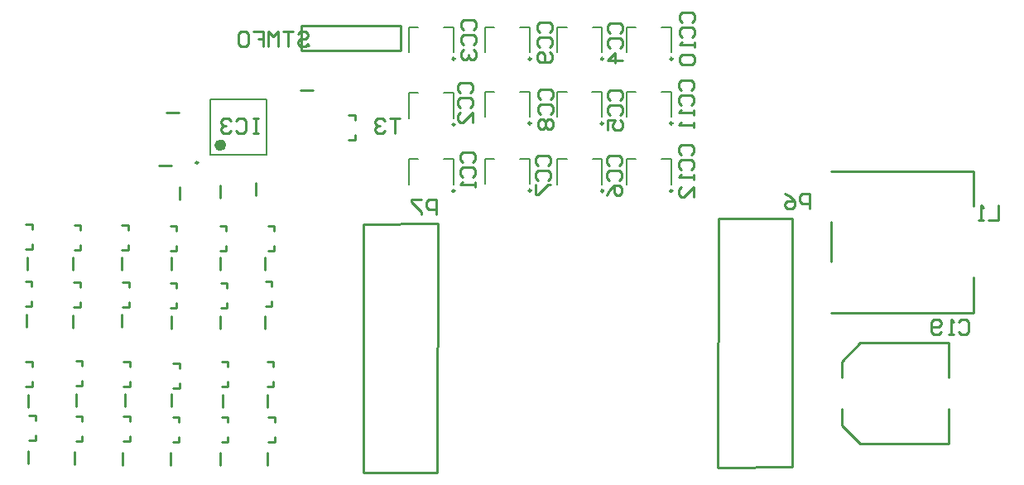
<source format=gbo>
G04*
G04 #@! TF.GenerationSoftware,Altium Limited,Altium Designer,18.1.7 (191)*
G04*
G04 Layer_Color=32896*
%FSLAX44Y44*%
%MOMM*%
G71*
G01*
G75*
%ADD10C,0.2540*%
%ADD12C,0.2000*%
%ADD76C,0.6000*%
%ADD77C,0.2500*%
D10*
X702206Y825269D02*
X727606D01*
X702206Y799870D02*
Y825269D01*
Y799870D02*
X727606D01*
X707286Y804949D02*
X709826D01*
X727606Y799870D02*
X803806D01*
Y825269D01*
X702206Y799870D02*
Y825269D01*
X727606D02*
X803806D01*
X1243970Y676470D02*
X1388970D01*
X1243970Y583650D02*
Y624290D01*
Y531470D02*
X1388970D01*
Y567720D01*
Y640220D02*
Y676470D01*
X756920Y708660D02*
Y713740D01*
X750570Y708660D02*
X756920D01*
Y728980D02*
Y734060D01*
X750570D02*
X756920D01*
X577850Y647700D02*
Y660400D01*
X471576Y435490D02*
Y448190D01*
X556260Y682230D02*
X568960D01*
X564223Y736600D02*
X576923D01*
X664360Y574933D02*
Y587633D01*
X667156Y434610D02*
Y447310D01*
X621702Y434610D02*
Y447310D01*
X569366Y435490D02*
Y448190D01*
X521244Y435490D02*
Y448190D01*
X518298Y574933D02*
Y587633D01*
X518744Y375920D02*
Y388620D01*
X422379Y377070D02*
Y389770D01*
X518298Y516847D02*
Y529548D01*
X468546Y515967D02*
Y528667D01*
X420704Y516847D02*
Y529548D01*
X568398Y375540D02*
Y388240D01*
X664360Y515620D02*
Y528320D01*
X618756Y515620D02*
Y528320D01*
X701040Y759460D02*
X713740D01*
X655480Y651702D02*
Y664402D01*
X569222Y515620D02*
Y528320D01*
X420370Y481710D02*
X426720D01*
Y476630D02*
Y481710D01*
X420370Y456310D02*
X426720D01*
Y461390D01*
X420370Y622000D02*
X426720D01*
Y616920D02*
Y622000D01*
X420370Y596600D02*
X426720D01*
Y601680D01*
X570682Y480016D02*
X577033D01*
Y474936D02*
Y480016D01*
X570682Y454616D02*
X577033D01*
Y459696D01*
X567952Y620470D02*
X574302D01*
Y615390D02*
Y620470D01*
X567952Y595070D02*
X574302D01*
Y600150D01*
X618830Y574933D02*
Y587633D01*
X471452Y481980D02*
X477802D01*
Y476900D02*
Y481980D01*
X471452Y456580D02*
X477802D01*
Y461660D01*
X469776Y621120D02*
X476126D01*
Y616040D02*
Y621120D01*
X469776Y595720D02*
X476126D01*
Y600800D01*
X620432Y481330D02*
X626782D01*
Y476250D02*
Y481330D01*
X620432Y455930D02*
X626782D01*
Y461010D01*
X618756Y620470D02*
X625106D01*
Y615390D02*
Y620470D01*
X618756Y595070D02*
X625106D01*
Y600150D01*
X668020Y620470D02*
X674370D01*
Y615390D02*
Y620470D01*
X668020Y595070D02*
X674370D01*
Y600150D01*
X422379Y434610D02*
Y447310D01*
X569222Y574933D02*
Y587633D01*
X468630Y574933D02*
Y587633D01*
X470222Y376190D02*
Y388890D01*
X667156Y375540D02*
Y388240D01*
X619202Y375540D02*
Y388240D01*
X423609Y426383D02*
X429959D01*
Y421303D02*
Y426383D01*
X423609Y400983D02*
X429959D01*
Y406063D01*
X419915Y563880D02*
X426265D01*
Y558800D02*
Y563880D01*
X419915Y538480D02*
X426265D01*
Y543560D01*
X570636Y424853D02*
X576986D01*
Y419773D02*
Y424853D01*
X570636Y399453D02*
X576986D01*
Y404533D01*
X567952Y562145D02*
X574302D01*
Y557065D02*
Y562145D01*
X567952Y536744D02*
X574302D01*
Y541824D01*
X471452Y425503D02*
X477802D01*
Y420423D02*
Y425503D01*
X471452Y400103D02*
X477802D01*
Y405183D01*
X469263Y562794D02*
X475613D01*
Y557714D02*
Y562794D01*
X469263Y537394D02*
X475613D01*
Y542474D01*
X620432Y424853D02*
X626782D01*
Y419773D02*
Y424853D01*
X620432Y399453D02*
X626782D01*
Y404533D01*
X619760Y562145D02*
X626110D01*
Y557065D02*
Y562145D01*
X619760Y536744D02*
X626110D01*
Y541824D01*
X519974Y481710D02*
X526324D01*
Y476630D02*
Y481710D01*
X519974Y456310D02*
X526324D01*
Y461390D01*
X518298Y620850D02*
X524648D01*
Y615770D02*
Y620850D01*
X518298Y595450D02*
X524648D01*
Y600530D01*
X519974Y425233D02*
X526324D01*
Y420153D02*
Y425233D01*
X519974Y399833D02*
X526324D01*
Y404913D01*
X667156Y481330D02*
X673506D01*
Y476250D02*
Y481330D01*
X667156Y455930D02*
X673506D01*
Y461010D01*
X519428Y562610D02*
X525778D01*
Y557530D02*
Y562610D01*
X519428Y537210D02*
X525778D01*
Y542290D01*
X668386Y424853D02*
X674736D01*
Y419773D02*
Y424853D01*
X668386Y399453D02*
X674736D01*
Y404533D01*
X665440Y563414D02*
X671790D01*
Y558335D02*
Y563414D01*
X665440Y538014D02*
X671790D01*
Y543094D01*
X421934Y574933D02*
Y587633D01*
X618971Y649162D02*
Y661862D01*
X1128290Y373000D02*
X1203690Y373500D01*
Y627500D01*
X1128290D02*
X1203690D01*
X1127490Y373000D02*
X1128290Y627500D01*
X765302Y622300D02*
X840702Y622800D01*
X765302Y368300D02*
Y622300D01*
Y368300D02*
X840702D01*
X841502Y622800D01*
X1273240Y397540D02*
X1364370D01*
X1254370Y416410D02*
X1273240Y397540D01*
X1254370Y465160D02*
Y481670D01*
X1273240Y500540D01*
X1364370D01*
X1254370Y416410D02*
Y432920D01*
X1364370Y465160D02*
Y500540D01*
Y397540D02*
Y432920D01*
X802520Y730245D02*
X792363D01*
X797442D01*
Y715010D01*
X787285Y727706D02*
X784746Y730245D01*
X779668D01*
X777128Y727706D01*
Y725167D01*
X779668Y722627D01*
X782207D01*
X779668D01*
X777128Y720088D01*
Y717549D01*
X779668Y715010D01*
X784746D01*
X787285Y717549D01*
X840232Y632460D02*
Y647695D01*
X832615D01*
X830075Y645156D01*
Y640078D01*
X832615Y637538D01*
X840232D01*
X824997Y647695D02*
X814840D01*
Y645156D01*
X824997Y634999D01*
Y632460D01*
X1221766Y637660D02*
Y652895D01*
X1214149D01*
X1211609Y650356D01*
Y645278D01*
X1214149Y642738D01*
X1221766D01*
X1196374Y652895D02*
X1201453Y650356D01*
X1206531Y645278D01*
Y640199D01*
X1203992Y637660D01*
X1198914D01*
X1196374Y640199D01*
Y642738D01*
X1198914Y645278D01*
X1206531D01*
X1414640Y641345D02*
Y626110D01*
X1404483D01*
X1399405D02*
X1394327D01*
X1396866D01*
Y641345D01*
X1399405Y638806D01*
X657540Y730245D02*
X652462D01*
X655001D01*
Y715010D01*
X657540D01*
X652462D01*
X634687Y727706D02*
X637227Y730245D01*
X642305D01*
X644844Y727706D01*
Y717549D01*
X642305Y715010D01*
X637227D01*
X634687Y717549D01*
X629609Y727706D02*
X627070Y730245D01*
X621992D01*
X619452Y727706D01*
Y725167D01*
X621992Y722627D01*
X624531D01*
X621992D01*
X619452Y720088D01*
Y717549D01*
X621992Y715010D01*
X627070D01*
X629609Y717549D01*
X698091Y816375D02*
X700630Y818915D01*
X705708D01*
X708248Y816375D01*
Y813836D01*
X705708Y811297D01*
X700630D01*
X698091Y808758D01*
Y806219D01*
X700630Y803680D01*
X705708D01*
X708248Y806219D01*
X693012Y818915D02*
X682856D01*
X687934D01*
Y803680D01*
X677777D02*
Y818915D01*
X672699Y813836D01*
X667621Y818915D01*
Y803680D01*
X652386Y818915D02*
X662542D01*
Y811297D01*
X657464D01*
X662542D01*
Y803680D01*
X647307Y816375D02*
X644768Y818915D01*
X639690D01*
X637151Y816375D01*
Y806219D01*
X639690Y803680D01*
X644768D01*
X647307Y806219D01*
Y816375D01*
X1090334Y693363D02*
X1087795Y695902D01*
Y700981D01*
X1090334Y703520D01*
X1100491D01*
X1103030Y700981D01*
Y695902D01*
X1100491Y693363D01*
X1090334Y678128D02*
X1087795Y680667D01*
Y685746D01*
X1090334Y688285D01*
X1100491D01*
X1103030Y685746D01*
Y680667D01*
X1100491Y678128D01*
X1103030Y673050D02*
Y667972D01*
Y670511D01*
X1087795D01*
X1090334Y673050D01*
X1103030Y650197D02*
Y660354D01*
X1092873Y650197D01*
X1090334D01*
X1087795Y652737D01*
Y657815D01*
X1090334Y660354D01*
X1090334Y758693D02*
X1087795Y761233D01*
Y766311D01*
X1090334Y768850D01*
X1100491D01*
X1103030Y766311D01*
Y761233D01*
X1100491Y758693D01*
X1090334Y743458D02*
X1087795Y745997D01*
Y751076D01*
X1090334Y753615D01*
X1100491D01*
X1103030Y751076D01*
Y745997D01*
X1100491Y743458D01*
X1103030Y738380D02*
Y733301D01*
Y735841D01*
X1087795D01*
X1090334Y738380D01*
X1103030Y725684D02*
Y720606D01*
Y723145D01*
X1087795D01*
X1090334Y725684D01*
X1091604Y828483D02*
X1089065Y831022D01*
Y836101D01*
X1091604Y838640D01*
X1101761D01*
X1104300Y836101D01*
Y831022D01*
X1101761Y828483D01*
X1091604Y813248D02*
X1089065Y815787D01*
Y820866D01*
X1091604Y823405D01*
X1101761D01*
X1104300Y820866D01*
Y815787D01*
X1101761Y813248D01*
X1104300Y808170D02*
Y803092D01*
Y805631D01*
X1089065D01*
X1091604Y808170D01*
Y795474D02*
X1089065Y792935D01*
Y787857D01*
X1091604Y785317D01*
X1101761D01*
X1104300Y787857D01*
Y792935D01*
X1101761Y795474D01*
X1091604D01*
X945554Y818323D02*
X943015Y820863D01*
Y825941D01*
X945554Y828480D01*
X955711D01*
X958250Y825941D01*
Y820863D01*
X955711Y818323D01*
X945554Y803088D02*
X943015Y805627D01*
Y810706D01*
X945554Y813245D01*
X955711D01*
X958250Y810706D01*
Y805627D01*
X955711Y803088D01*
Y798010D02*
X958250Y795471D01*
Y790392D01*
X955711Y787853D01*
X945554D01*
X943015Y790392D01*
Y795471D01*
X945554Y798010D01*
X948093D01*
X950632Y795471D01*
Y787853D01*
X946824Y749793D02*
X944285Y752333D01*
Y757411D01*
X946824Y759950D01*
X956981D01*
X959520Y757411D01*
Y752333D01*
X956981Y749793D01*
X946824Y734558D02*
X944285Y737097D01*
Y742176D01*
X946824Y744715D01*
X956981D01*
X959520Y742176D01*
Y737097D01*
X956981Y734558D01*
X946824Y729480D02*
X944285Y726941D01*
Y721862D01*
X946824Y719323D01*
X949363D01*
X951902Y721862D01*
X954442Y719323D01*
X956981D01*
X959520Y721862D01*
Y726941D01*
X956981Y729480D01*
X954442D01*
X951902Y726941D01*
X949363Y729480D01*
X946824D01*
X951902Y726941D02*
Y721862D01*
X944284Y682433D02*
X941745Y684973D01*
Y690051D01*
X944284Y692590D01*
X954441D01*
X956980Y690051D01*
Y684973D01*
X954441Y682433D01*
X944284Y667198D02*
X941745Y669737D01*
Y674816D01*
X944284Y677355D01*
X954441D01*
X956980Y674816D01*
Y669737D01*
X954441Y667198D01*
X941745Y662120D02*
Y651963D01*
X944284D01*
X954441Y662120D01*
X956980D01*
X1017034Y681933D02*
X1014495Y684473D01*
Y689551D01*
X1017034Y692090D01*
X1027190D01*
X1029730Y689551D01*
Y684473D01*
X1027190Y681933D01*
X1017034Y666698D02*
X1014495Y669237D01*
Y674316D01*
X1017034Y676855D01*
X1027190D01*
X1029730Y674316D01*
Y669237D01*
X1027190Y666698D01*
X1014495Y651463D02*
X1017034Y656542D01*
X1022112Y661620D01*
X1027190D01*
X1029730Y659081D01*
Y654002D01*
X1027190Y651463D01*
X1024651D01*
X1022112Y654002D01*
Y661620D01*
X1018064Y748533D02*
X1015525Y751072D01*
Y756151D01*
X1018064Y758690D01*
X1028221D01*
X1030760Y756151D01*
Y751072D01*
X1028221Y748533D01*
X1018064Y733298D02*
X1015525Y735837D01*
Y740916D01*
X1018064Y743455D01*
X1028221D01*
X1030760Y740916D01*
Y735837D01*
X1028221Y733298D01*
X1015525Y718063D02*
Y728220D01*
X1023142D01*
X1020603Y723141D01*
Y720602D01*
X1023142Y718063D01*
X1028221D01*
X1030760Y720602D01*
Y725681D01*
X1028221Y728220D01*
X1017914Y817113D02*
X1015375Y819652D01*
Y824731D01*
X1017914Y827270D01*
X1028070D01*
X1030610Y824731D01*
Y819652D01*
X1028070Y817113D01*
X1017914Y801878D02*
X1015375Y804417D01*
Y809496D01*
X1017914Y812035D01*
X1028070D01*
X1030610Y809496D01*
Y804417D01*
X1028070Y801878D01*
X1030610Y789182D02*
X1015375D01*
X1022992Y796800D01*
Y786643D01*
X867638Y820863D02*
X865099Y823402D01*
Y828481D01*
X867638Y831020D01*
X877795D01*
X880334Y828481D01*
Y823402D01*
X877795Y820863D01*
X867638Y805628D02*
X865099Y808167D01*
Y813246D01*
X867638Y815785D01*
X877795D01*
X880334Y813246D01*
Y808167D01*
X877795Y805628D01*
X867638Y800550D02*
X865099Y798011D01*
Y792932D01*
X867638Y790393D01*
X870177D01*
X872717Y792932D01*
Y795471D01*
Y792932D01*
X875256Y790393D01*
X877795D01*
X880334Y792932D01*
Y798011D01*
X877795Y800550D01*
X864274Y756153D02*
X861735Y758692D01*
Y763771D01*
X864274Y766310D01*
X874431D01*
X876970Y763771D01*
Y758692D01*
X874431Y756153D01*
X864274Y740918D02*
X861735Y743457D01*
Y748536D01*
X864274Y751075D01*
X874431D01*
X876970Y748536D01*
Y743457D01*
X874431Y740918D01*
X876970Y725683D02*
Y735840D01*
X866813Y725683D01*
X864274D01*
X861735Y728222D01*
Y733301D01*
X864274Y735840D01*
X866814Y685803D02*
X864275Y688343D01*
Y693421D01*
X866814Y695960D01*
X876971D01*
X879510Y693421D01*
Y688343D01*
X876971Y685803D01*
X866814Y670568D02*
X864275Y673107D01*
Y678186D01*
X866814Y680725D01*
X876971D01*
X879510Y678186D01*
Y673107D01*
X876971Y670568D01*
X879510Y665490D02*
Y660412D01*
Y662951D01*
X864275D01*
X866814Y665490D01*
X1373889Y522188D02*
X1376429Y524727D01*
X1381507D01*
X1384046Y522188D01*
Y512031D01*
X1381507Y509492D01*
X1376429D01*
X1373889Y512031D01*
X1368811Y509492D02*
X1363733D01*
X1366272D01*
Y524727D01*
X1368811Y522188D01*
X1356115Y512031D02*
X1353576Y509492D01*
X1348497D01*
X1345958Y512031D01*
Y522188D01*
X1348497Y524727D01*
X1353576D01*
X1356115Y522188D01*
Y519649D01*
X1353576Y517110D01*
X1345958D01*
D12*
X609040Y749860D02*
X666040D01*
X609040Y692860D02*
X666040D01*
Y749860D01*
X609040Y692860D02*
Y749860D01*
X1034310Y688535D02*
X1044310D01*
X1034310Y662535D02*
Y688535D01*
X1070310D02*
X1080310D01*
Y662535D02*
Y688535D01*
X1034310Y757675D02*
X1044310D01*
X1034310Y731675D02*
Y757675D01*
X1070310D02*
X1080310D01*
Y731675D02*
Y757675D01*
X1034310Y823655D02*
X1044310D01*
X1034310Y797655D02*
Y823655D01*
X1070310D02*
X1080310D01*
Y797655D02*
Y823655D01*
X889530D02*
X899530D01*
X889530Y797655D02*
Y823655D01*
X925530D02*
X935530D01*
Y797655D02*
Y823655D01*
X889530Y757675D02*
X899530D01*
X889530Y731675D02*
Y757675D01*
X925530D02*
X935530D01*
Y731675D02*
Y757675D01*
X889530Y689035D02*
X899530D01*
X889530Y663035D02*
Y689035D01*
X925530D02*
X935530D01*
Y663035D02*
Y689035D01*
X963550Y688535D02*
X973550D01*
X963550Y662535D02*
Y688535D01*
X999550D02*
X1009550D01*
Y662535D02*
Y688535D01*
X963310Y757675D02*
X973310D01*
X963310Y731675D02*
Y757675D01*
X999310D02*
X1009310D01*
Y731675D02*
Y757675D01*
X963550Y823655D02*
X973550D01*
X963550Y797655D02*
Y823655D01*
X999550D02*
X1009550D01*
Y797655D02*
Y823655D01*
X811614Y823655D02*
X821614D01*
X811614Y797655D02*
Y823655D01*
X847614D02*
X857614D01*
Y797655D02*
Y823655D01*
X811614Y756519D02*
X821614D01*
X811614Y730519D02*
Y756519D01*
X847614D02*
X857614D01*
Y730519D02*
Y756519D01*
X811614Y688535D02*
X821614D01*
X811614Y662535D02*
Y688535D01*
X847614D02*
X857614D01*
Y662535D02*
Y688535D01*
D76*
X622040Y702860D02*
G03*
X622040Y702860I-3000J0D01*
G01*
D77*
X596290Y685110D02*
G03*
X596290Y685110I-1250J0D01*
G01*
X1081560Y656035D02*
G03*
X1081560Y656035I-1250J0D01*
G01*
X1081560Y725175D02*
G03*
X1081560Y725175I-1250J0D01*
G01*
X1081560Y791155D02*
G03*
X1081560Y791155I-1250J0D01*
G01*
X936780D02*
G03*
X936780Y791155I-1250J0D01*
G01*
Y725175D02*
G03*
X936780Y725175I-1250J0D01*
G01*
Y656535D02*
G03*
X936780Y656535I-1250J0D01*
G01*
X1010800Y656035D02*
G03*
X1010800Y656035I-1250J0D01*
G01*
X1010560Y725175D02*
G03*
X1010560Y725175I-1250J0D01*
G01*
X1010800Y791155D02*
G03*
X1010800Y791155I-1250J0D01*
G01*
X858864Y791155D02*
G03*
X858864Y791155I-1250J0D01*
G01*
Y724019D02*
G03*
X858864Y724019I-1250J0D01*
G01*
X858864Y656035D02*
G03*
X858864Y656035I-1250J0D01*
G01*
M02*

</source>
